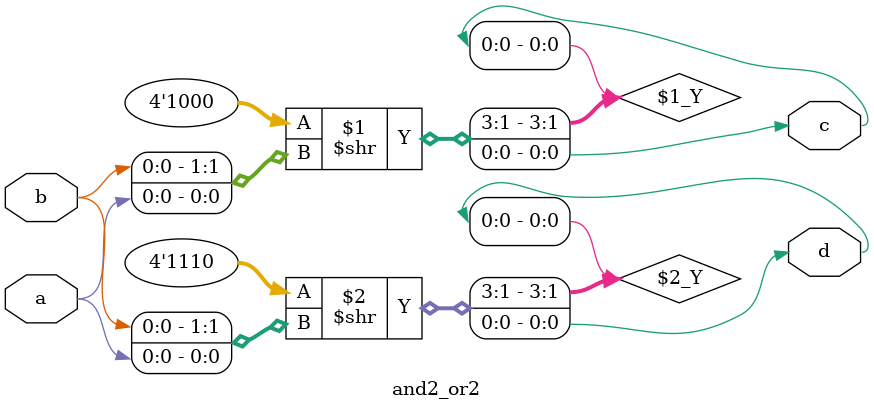
<source format=v>
/* Generated by Yosys 0.51+17 (git sha1 42ca75b6b, g++ 11.4.0-13 -fPIC -O3) */

module and2_or2(a, b, c, d);
  input a;
  wire a;
  input b;
  wire b;
  output c;
  wire c;
  output d;
  wire d;
  assign c = 4'b1000 >> { b, a };
  assign d = 4'b1110 >> { b, a };
endmodule

</source>
